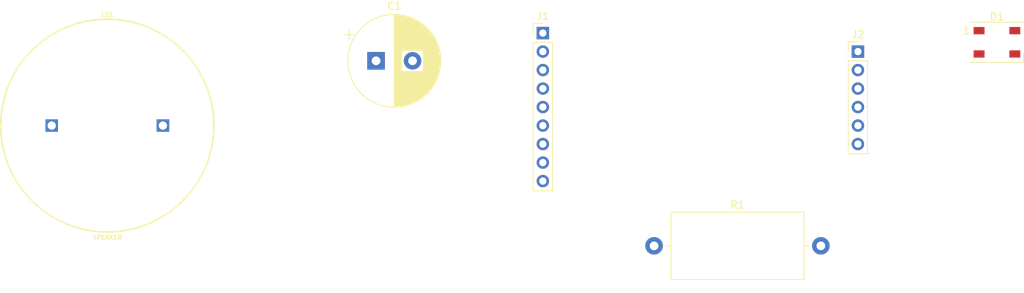
<source format=kicad_pcb>
(kicad_pcb (version 20171130) (host pcbnew 5.1.6-c6e7f7d~87~ubuntu20.04.1)

  (general
    (thickness 1.6)
    (drawings 0)
    (tracks 0)
    (zones 0)
    (modules 6)
    (nets 12)
  )

  (page USLetter)
  (title_block
    (title "Heimdall Outside Board")
    (date 2020-07-20)
    (rev 0.2)
    (comment 2 https://opensource.org/licenses/MIT)
    (comment 3 "License: MIT")
    (comment 4 "Author: Rebecca Cran <rebecca@bsdio.com>")
  )

  (layers
    (0 F.Cu signal)
    (31 B.Cu signal)
    (32 B.Adhes user)
    (33 F.Adhes user)
    (34 B.Paste user hide)
    (35 F.Paste user hide)
    (36 B.SilkS user)
    (37 F.SilkS user)
    (38 B.Mask user)
    (39 F.Mask user)
    (40 Dwgs.User user)
    (41 Cmts.User user)
    (42 Eco1.User user)
    (43 Eco2.User user)
    (44 Edge.Cuts user)
    (45 Margin user)
    (46 B.CrtYd user)
    (47 F.CrtYd user)
    (48 B.Fab user)
    (49 F.Fab user)
  )

  (setup
    (last_trace_width 0.254)
    (trace_clearance 0.254)
    (zone_clearance 0.508)
    (zone_45_only no)
    (trace_min 0.1524)
    (via_size 0.762)
    (via_drill 0.381)
    (via_min_size 0.508)
    (via_min_drill 0.254)
    (uvia_size 0.508)
    (uvia_drill 0.254)
    (uvias_allowed no)
    (uvia_min_size 0.508)
    (uvia_min_drill 0.254)
    (edge_width 0.05)
    (segment_width 0.2)
    (pcb_text_width 0.3)
    (pcb_text_size 1.5 1.5)
    (mod_edge_width 0.12)
    (mod_text_size 1 1)
    (mod_text_width 0.15)
    (pad_size 1.524 1.524)
    (pad_drill 0.762)
    (pad_to_mask_clearance 0.0508)
    (solder_mask_min_width 0.1016)
    (aux_axis_origin 0 0)
    (visible_elements FFFFFF7F)
    (pcbplotparams
      (layerselection 0x010fc_ffffffff)
      (usegerberextensions false)
      (usegerberattributes true)
      (usegerberadvancedattributes true)
      (creategerberjobfile true)
      (excludeedgelayer true)
      (linewidth 0.100000)
      (plotframeref false)
      (viasonmask false)
      (mode 1)
      (useauxorigin false)
      (hpglpennumber 1)
      (hpglpenspeed 20)
      (hpglpendiameter 15.000000)
      (psnegative false)
      (psa4output false)
      (plotreference true)
      (plotvalue true)
      (plotinvisibletext false)
      (padsonsilk false)
      (subtractmaskfromsilk false)
      (outputformat 1)
      (mirror false)
      (drillshape 1)
      (scaleselection 1)
      (outputdirectory ""))
  )

  (net 0 "")
  (net 1 /GND)
  (net 2 "Net-(D1-Pad4)")
  (net 3 "Net-(D1-Pad2)")
  (net 4 /+5V)
  (net 5 /+3V3)
  (net 6 /CS)
  (net 7 /SCK)
  (net 8 /MOSI)
  (net 9 /MISO)
  (net 10 /LED)
  (net 11 /Buzzer)

  (net_class Default "This is the default net class."
    (clearance 0.254)
    (trace_width 0.254)
    (via_dia 0.762)
    (via_drill 0.381)
    (uvia_dia 0.508)
    (uvia_drill 0.254)
    (add_net /+3V3)
    (add_net /+5V)
    (add_net /Buzzer)
    (add_net /CS)
    (add_net /GND)
    (add_net /LED)
    (add_net /MISO)
    (add_net /MOSI)
    (add_net /SCK)
    (add_net "Net-(D1-Pad2)")
    (add_net "Net-(D1-Pad4)")
  )

  (module LED_SMD:LED_WS2812B_PLCC4_5.0x5.0mm_P3.2mm (layer F.Cu) (tedit 5AA4B285) (tstamp 5F16F33C)
    (at 78.74 99.06)
    (descr https://cdn-shop.adafruit.com/datasheets/WS2812B.pdf)
    (tags "LED RGB NeoPixel")
    (path /5F15EA18)
    (attr smd)
    (fp_text reference D1 (at 0 -3.5) (layer F.SilkS)
      (effects (font (size 1 1) (thickness 0.15)))
    )
    (fp_text value WS2812B (at 0 4) (layer F.Fab)
      (effects (font (size 1 1) (thickness 0.15)))
    )
    (fp_text user %R (at 0 0) (layer F.Fab)
      (effects (font (size 0.8 0.8) (thickness 0.15)))
    )
    (fp_text user 1 (at -4.15 -1.6) (layer F.SilkS)
      (effects (font (size 1 1) (thickness 0.15)))
    )
    (fp_line (start 3.45 -2.75) (end -3.45 -2.75) (layer F.CrtYd) (width 0.05))
    (fp_line (start 3.45 2.75) (end 3.45 -2.75) (layer F.CrtYd) (width 0.05))
    (fp_line (start -3.45 2.75) (end 3.45 2.75) (layer F.CrtYd) (width 0.05))
    (fp_line (start -3.45 -2.75) (end -3.45 2.75) (layer F.CrtYd) (width 0.05))
    (fp_line (start 2.5 1.5) (end 1.5 2.5) (layer F.Fab) (width 0.1))
    (fp_line (start -2.5 -2.5) (end -2.5 2.5) (layer F.Fab) (width 0.1))
    (fp_line (start -2.5 2.5) (end 2.5 2.5) (layer F.Fab) (width 0.1))
    (fp_line (start 2.5 2.5) (end 2.5 -2.5) (layer F.Fab) (width 0.1))
    (fp_line (start 2.5 -2.5) (end -2.5 -2.5) (layer F.Fab) (width 0.1))
    (fp_line (start -3.65 -2.75) (end 3.65 -2.75) (layer F.SilkS) (width 0.12))
    (fp_line (start -3.65 2.75) (end 3.65 2.75) (layer F.SilkS) (width 0.12))
    (fp_line (start 3.65 2.75) (end 3.65 1.6) (layer F.SilkS) (width 0.12))
    (fp_circle (center 0 0) (end 0 -2) (layer F.Fab) (width 0.1))
    (pad 1 smd rect (at -2.45 -1.6) (size 1.5 1) (layers F.Cu F.Paste F.Mask)
      (net 4 /+5V))
    (pad 2 smd rect (at -2.45 1.6) (size 1.5 1) (layers F.Cu F.Paste F.Mask)
      (net 3 "Net-(D1-Pad2)"))
    (pad 4 smd rect (at 2.45 -1.6) (size 1.5 1) (layers F.Cu F.Paste F.Mask)
      (net 2 "Net-(D1-Pad4)"))
    (pad 3 smd rect (at 2.45 1.6) (size 1.5 1) (layers F.Cu F.Paste F.Mask)
      (net 1 /GND))
    (model ${KISYS3DMOD}/LED_SMD.3dshapes/LED_WS2812B_PLCC4_5.0x5.0mm_P3.2mm.wrl
      (at (xyz 0 0 0))
      (scale (xyz 1 1 1))
      (rotate (xyz 0 0 0))
    )
  )

  (module Connector_PinHeader_2.54mm:PinHeader_1x09_P2.54mm_Vertical (layer F.Cu) (tedit 59FED5CC) (tstamp 5F16F359)
    (at 16.51 97.79)
    (descr "Through hole straight pin header, 1x09, 2.54mm pitch, single row")
    (tags "Through hole pin header THT 1x09 2.54mm single row")
    (path /5F14F04E)
    (fp_text reference J1 (at 0 -2.33) (layer F.SilkS)
      (effects (font (size 1 1) (thickness 0.15)))
    )
    (fp_text value Conn_01x09 (at 0 22.65) (layer F.Fab)
      (effects (font (size 1 1) (thickness 0.15)))
    )
    (fp_text user %R (at 0 10.16 90) (layer F.Fab)
      (effects (font (size 1 1) (thickness 0.15)))
    )
    (fp_line (start -0.635 -1.27) (end 1.27 -1.27) (layer F.Fab) (width 0.1))
    (fp_line (start 1.27 -1.27) (end 1.27 21.59) (layer F.Fab) (width 0.1))
    (fp_line (start 1.27 21.59) (end -1.27 21.59) (layer F.Fab) (width 0.1))
    (fp_line (start -1.27 21.59) (end -1.27 -0.635) (layer F.Fab) (width 0.1))
    (fp_line (start -1.27 -0.635) (end -0.635 -1.27) (layer F.Fab) (width 0.1))
    (fp_line (start -1.33 21.65) (end 1.33 21.65) (layer F.SilkS) (width 0.12))
    (fp_line (start -1.33 1.27) (end -1.33 21.65) (layer F.SilkS) (width 0.12))
    (fp_line (start 1.33 1.27) (end 1.33 21.65) (layer F.SilkS) (width 0.12))
    (fp_line (start -1.33 1.27) (end 1.33 1.27) (layer F.SilkS) (width 0.12))
    (fp_line (start -1.33 0) (end -1.33 -1.33) (layer F.SilkS) (width 0.12))
    (fp_line (start -1.33 -1.33) (end 0 -1.33) (layer F.SilkS) (width 0.12))
    (fp_line (start -1.8 -1.8) (end -1.8 22.1) (layer F.CrtYd) (width 0.05))
    (fp_line (start -1.8 22.1) (end 1.8 22.1) (layer F.CrtYd) (width 0.05))
    (fp_line (start 1.8 22.1) (end 1.8 -1.8) (layer F.CrtYd) (width 0.05))
    (fp_line (start 1.8 -1.8) (end -1.8 -1.8) (layer F.CrtYd) (width 0.05))
    (pad 9 thru_hole oval (at 0 20.32) (size 1.7 1.7) (drill 1) (layers *.Cu *.Mask)
      (net 11 /Buzzer))
    (pad 8 thru_hole oval (at 0 17.78) (size 1.7 1.7) (drill 1) (layers *.Cu *.Mask)
      (net 10 /LED))
    (pad 7 thru_hole oval (at 0 15.24) (size 1.7 1.7) (drill 1) (layers *.Cu *.Mask)
      (net 9 /MISO))
    (pad 6 thru_hole oval (at 0 12.7) (size 1.7 1.7) (drill 1) (layers *.Cu *.Mask)
      (net 8 /MOSI))
    (pad 5 thru_hole oval (at 0 10.16) (size 1.7 1.7) (drill 1) (layers *.Cu *.Mask)
      (net 7 /SCK))
    (pad 4 thru_hole oval (at 0 7.62) (size 1.7 1.7) (drill 1) (layers *.Cu *.Mask)
      (net 6 /CS))
    (pad 3 thru_hole oval (at 0 5.08) (size 1.7 1.7) (drill 1) (layers *.Cu *.Mask)
      (net 1 /GND))
    (pad 2 thru_hole oval (at 0 2.54) (size 1.7 1.7) (drill 1) (layers *.Cu *.Mask)
      (net 5 /+3V3))
    (pad 1 thru_hole rect (at 0 0) (size 1.7 1.7) (drill 1) (layers *.Cu *.Mask)
      (net 4 /+5V))
    (model ${KISYS3DMOD}/Connector_PinHeader_2.54mm.3dshapes/PinHeader_1x09_P2.54mm_Vertical.wrl
      (at (xyz 0 0 0))
      (scale (xyz 1 1 1))
      (rotate (xyz 0 0 0))
    )
  )

  (module Connector_PinHeader_2.54mm:PinHeader_1x06_P2.54mm_Vertical (layer F.Cu) (tedit 59FED5CC) (tstamp 5F16F373)
    (at 59.69 100.33)
    (descr "Through hole straight pin header, 1x06, 2.54mm pitch, single row")
    (tags "Through hole pin header THT 1x06 2.54mm single row")
    (path /5F170A36)
    (fp_text reference J2 (at 0 -2.33) (layer F.SilkS)
      (effects (font (size 1 1) (thickness 0.15)))
    )
    (fp_text value Conn_01x06 (at 0 15.03) (layer F.Fab)
      (effects (font (size 1 1) (thickness 0.15)))
    )
    (fp_text user %R (at 0 6.35 90) (layer F.Fab)
      (effects (font (size 1 1) (thickness 0.15)))
    )
    (fp_line (start -0.635 -1.27) (end 1.27 -1.27) (layer F.Fab) (width 0.1))
    (fp_line (start 1.27 -1.27) (end 1.27 13.97) (layer F.Fab) (width 0.1))
    (fp_line (start 1.27 13.97) (end -1.27 13.97) (layer F.Fab) (width 0.1))
    (fp_line (start -1.27 13.97) (end -1.27 -0.635) (layer F.Fab) (width 0.1))
    (fp_line (start -1.27 -0.635) (end -0.635 -1.27) (layer F.Fab) (width 0.1))
    (fp_line (start -1.33 14.03) (end 1.33 14.03) (layer F.SilkS) (width 0.12))
    (fp_line (start -1.33 1.27) (end -1.33 14.03) (layer F.SilkS) (width 0.12))
    (fp_line (start 1.33 1.27) (end 1.33 14.03) (layer F.SilkS) (width 0.12))
    (fp_line (start -1.33 1.27) (end 1.33 1.27) (layer F.SilkS) (width 0.12))
    (fp_line (start -1.33 0) (end -1.33 -1.33) (layer F.SilkS) (width 0.12))
    (fp_line (start -1.33 -1.33) (end 0 -1.33) (layer F.SilkS) (width 0.12))
    (fp_line (start -1.8 -1.8) (end -1.8 14.5) (layer F.CrtYd) (width 0.05))
    (fp_line (start -1.8 14.5) (end 1.8 14.5) (layer F.CrtYd) (width 0.05))
    (fp_line (start 1.8 14.5) (end 1.8 -1.8) (layer F.CrtYd) (width 0.05))
    (fp_line (start 1.8 -1.8) (end -1.8 -1.8) (layer F.CrtYd) (width 0.05))
    (pad 6 thru_hole oval (at 0 12.7) (size 1.7 1.7) (drill 1) (layers *.Cu *.Mask)
      (net 9 /MISO))
    (pad 5 thru_hole oval (at 0 10.16) (size 1.7 1.7) (drill 1) (layers *.Cu *.Mask)
      (net 8 /MOSI))
    (pad 4 thru_hole oval (at 0 7.62) (size 1.7 1.7) (drill 1) (layers *.Cu *.Mask)
      (net 7 /SCK))
    (pad 3 thru_hole oval (at 0 5.08) (size 1.7 1.7) (drill 1) (layers *.Cu *.Mask)
      (net 6 /CS))
    (pad 2 thru_hole oval (at 0 2.54) (size 1.7 1.7) (drill 1) (layers *.Cu *.Mask)
      (net 1 /GND))
    (pad 1 thru_hole rect (at 0 0) (size 1.7 1.7) (drill 1) (layers *.Cu *.Mask)
      (net 5 /+3V3))
    (model ${KISYS3DMOD}/Connector_PinHeader_2.54mm.3dshapes/PinHeader_1x06_P2.54mm_Vertical.wrl
      (at (xyz 0 0 0))
      (scale (xyz 1 1 1))
      (rotate (xyz 0 0 0))
    )
  )

  (module Electromechanical:PCB_MOUNT_SPEAKER (layer F.Cu) (tedit 200000) (tstamp 5F16F37A)
    (at -43.18 110.49)
    (descr "SPEAKER - PCB MOUNT")
    (tags "SPEAKER - PCB MOUNT")
    (path /5F15A47C)
    (attr virtual)
    (fp_text reference LS1 (at 0 -15.24) (layer F.SilkS)
      (effects (font (size 0.6096 0.6096) (thickness 0.127)))
    )
    (fp_text value SPEAKER (at 0 15.367) (layer F.SilkS)
      (effects (font (size 0.6096 0.6096) (thickness 0.127)))
    )
    (fp_circle (center 0 0) (end 0 -14.605) (layer F.SilkS) (width 0.2032))
    (pad - thru_hole rect (at 7.62 0) (size 1.7145 1.7145) (drill 1.143) (layers *.Cu *.Mask)
      (net 1 /GND) (solder_mask_margin 0.1016))
    (pad + thru_hole rect (at -7.62 0) (size 1.7145 1.7145) (drill 1.143) (layers *.Cu *.Mask)
      (net 11 /Buzzer) (solder_mask_margin 0.1016))
  )

  (module Resistor_THT:R_Axial_DIN0918_L18.0mm_D9.0mm_P22.86mm_Horizontal (layer F.Cu) (tedit 5AE5139B) (tstamp 5F16F391)
    (at 31.75 127)
    (descr "Resistor, Axial_DIN0918 series, Axial, Horizontal, pin pitch=22.86mm, 4W, length*diameter=18*9mm^2")
    (tags "Resistor Axial_DIN0918 series Axial Horizontal pin pitch 22.86mm 4W length 18mm diameter 9mm")
    (path /5F162B61)
    (fp_text reference R1 (at 11.43 -5.62) (layer F.SilkS)
      (effects (font (size 1 1) (thickness 0.15)))
    )
    (fp_text value 470OHM (at 11.43 5.62) (layer F.Fab)
      (effects (font (size 1 1) (thickness 0.15)))
    )
    (fp_text user %R (at 11.43 0) (layer F.Fab)
      (effects (font (size 1 1) (thickness 0.15)))
    )
    (fp_line (start 2.43 -4.5) (end 2.43 4.5) (layer F.Fab) (width 0.1))
    (fp_line (start 2.43 4.5) (end 20.43 4.5) (layer F.Fab) (width 0.1))
    (fp_line (start 20.43 4.5) (end 20.43 -4.5) (layer F.Fab) (width 0.1))
    (fp_line (start 20.43 -4.5) (end 2.43 -4.5) (layer F.Fab) (width 0.1))
    (fp_line (start 0 0) (end 2.43 0) (layer F.Fab) (width 0.1))
    (fp_line (start 22.86 0) (end 20.43 0) (layer F.Fab) (width 0.1))
    (fp_line (start 2.31 -4.62) (end 2.31 4.62) (layer F.SilkS) (width 0.12))
    (fp_line (start 2.31 4.62) (end 20.55 4.62) (layer F.SilkS) (width 0.12))
    (fp_line (start 20.55 4.62) (end 20.55 -4.62) (layer F.SilkS) (width 0.12))
    (fp_line (start 20.55 -4.62) (end 2.31 -4.62) (layer F.SilkS) (width 0.12))
    (fp_line (start 1.44 0) (end 2.31 0) (layer F.SilkS) (width 0.12))
    (fp_line (start 21.42 0) (end 20.55 0) (layer F.SilkS) (width 0.12))
    (fp_line (start -1.45 -4.75) (end -1.45 4.75) (layer F.CrtYd) (width 0.05))
    (fp_line (start -1.45 4.75) (end 24.31 4.75) (layer F.CrtYd) (width 0.05))
    (fp_line (start 24.31 4.75) (end 24.31 -4.75) (layer F.CrtYd) (width 0.05))
    (fp_line (start 24.31 -4.75) (end -1.45 -4.75) (layer F.CrtYd) (width 0.05))
    (pad 2 thru_hole oval (at 22.86 0) (size 2.4 2.4) (drill 1.2) (layers *.Cu *.Mask)
      (net 2 "Net-(D1-Pad4)"))
    (pad 1 thru_hole circle (at 0 0) (size 2.4 2.4) (drill 1.2) (layers *.Cu *.Mask)
      (net 10 /LED))
    (model ${KISYS3DMOD}/Resistor_THT.3dshapes/R_Axial_DIN0918_L18.0mm_D9.0mm_P22.86mm_Horizontal.wrl
      (at (xyz 0 0 0))
      (scale (xyz 1 1 1))
      (rotate (xyz 0 0 0))
    )
  )

  (module Capacitor_THT:CP_Radial_D12.5mm_P5.00mm (layer F.Cu) (tedit 5AE50EF1) (tstamp 5F1744C5)
    (at -6.35 101.6)
    (descr "CP, Radial series, Radial, pin pitch=5.00mm, , diameter=12.5mm, Electrolytic Capacitor")
    (tags "CP Radial series Radial pin pitch 5.00mm  diameter 12.5mm Electrolytic Capacitor")
    (path /5F15FBF3)
    (fp_text reference C1 (at 2.5 -7.5) (layer F.SilkS)
      (effects (font (size 1 1) (thickness 0.15)))
    )
    (fp_text value 1000UF-RADIAL-5MM-25V-20% (at 2.5 7.5) (layer F.Fab)
      (effects (font (size 1 1) (thickness 0.15)))
    )
    (fp_line (start -3.692082 -4.2) (end -3.692082 -2.95) (layer F.SilkS) (width 0.12))
    (fp_line (start -4.317082 -3.575) (end -3.067082 -3.575) (layer F.SilkS) (width 0.12))
    (fp_line (start 8.861 -0.317) (end 8.861 0.317) (layer F.SilkS) (width 0.12))
    (fp_line (start 8.821 -0.757) (end 8.821 0.757) (layer F.SilkS) (width 0.12))
    (fp_line (start 8.781 -1.028) (end 8.781 1.028) (layer F.SilkS) (width 0.12))
    (fp_line (start 8.741 -1.241) (end 8.741 1.241) (layer F.SilkS) (width 0.12))
    (fp_line (start 8.701 -1.422) (end 8.701 1.422) (layer F.SilkS) (width 0.12))
    (fp_line (start 8.661 -1.583) (end 8.661 1.583) (layer F.SilkS) (width 0.12))
    (fp_line (start 8.621 -1.728) (end 8.621 1.728) (layer F.SilkS) (width 0.12))
    (fp_line (start 8.581 -1.861) (end 8.581 1.861) (layer F.SilkS) (width 0.12))
    (fp_line (start 8.541 -1.984) (end 8.541 1.984) (layer F.SilkS) (width 0.12))
    (fp_line (start 8.501 -2.1) (end 8.501 2.1) (layer F.SilkS) (width 0.12))
    (fp_line (start 8.461 -2.209) (end 8.461 2.209) (layer F.SilkS) (width 0.12))
    (fp_line (start 8.421 -2.312) (end 8.421 2.312) (layer F.SilkS) (width 0.12))
    (fp_line (start 8.381 -2.41) (end 8.381 2.41) (layer F.SilkS) (width 0.12))
    (fp_line (start 8.341 -2.504) (end 8.341 2.504) (layer F.SilkS) (width 0.12))
    (fp_line (start 8.301 -2.594) (end 8.301 2.594) (layer F.SilkS) (width 0.12))
    (fp_line (start 8.261 -2.681) (end 8.261 2.681) (layer F.SilkS) (width 0.12))
    (fp_line (start 8.221 -2.764) (end 8.221 2.764) (layer F.SilkS) (width 0.12))
    (fp_line (start 8.181 -2.844) (end 8.181 2.844) (layer F.SilkS) (width 0.12))
    (fp_line (start 8.141 -2.921) (end 8.141 2.921) (layer F.SilkS) (width 0.12))
    (fp_line (start 8.101 -2.996) (end 8.101 2.996) (layer F.SilkS) (width 0.12))
    (fp_line (start 8.061 -3.069) (end 8.061 3.069) (layer F.SilkS) (width 0.12))
    (fp_line (start 8.021 -3.14) (end 8.021 3.14) (layer F.SilkS) (width 0.12))
    (fp_line (start 7.981 -3.208) (end 7.981 3.208) (layer F.SilkS) (width 0.12))
    (fp_line (start 7.941 -3.275) (end 7.941 3.275) (layer F.SilkS) (width 0.12))
    (fp_line (start 7.901 -3.339) (end 7.901 3.339) (layer F.SilkS) (width 0.12))
    (fp_line (start 7.861 -3.402) (end 7.861 3.402) (layer F.SilkS) (width 0.12))
    (fp_line (start 7.821 -3.464) (end 7.821 3.464) (layer F.SilkS) (width 0.12))
    (fp_line (start 7.781 -3.524) (end 7.781 3.524) (layer F.SilkS) (width 0.12))
    (fp_line (start 7.741 -3.583) (end 7.741 3.583) (layer F.SilkS) (width 0.12))
    (fp_line (start 7.701 -3.64) (end 7.701 3.64) (layer F.SilkS) (width 0.12))
    (fp_line (start 7.661 -3.696) (end 7.661 3.696) (layer F.SilkS) (width 0.12))
    (fp_line (start 7.621 -3.75) (end 7.621 3.75) (layer F.SilkS) (width 0.12))
    (fp_line (start 7.581 -3.804) (end 7.581 3.804) (layer F.SilkS) (width 0.12))
    (fp_line (start 7.541 -3.856) (end 7.541 3.856) (layer F.SilkS) (width 0.12))
    (fp_line (start 7.501 -3.907) (end 7.501 3.907) (layer F.SilkS) (width 0.12))
    (fp_line (start 7.461 -3.957) (end 7.461 3.957) (layer F.SilkS) (width 0.12))
    (fp_line (start 7.421 -4.007) (end 7.421 4.007) (layer F.SilkS) (width 0.12))
    (fp_line (start 7.381 -4.055) (end 7.381 4.055) (layer F.SilkS) (width 0.12))
    (fp_line (start 7.341 -4.102) (end 7.341 4.102) (layer F.SilkS) (width 0.12))
    (fp_line (start 7.301 -4.148) (end 7.301 4.148) (layer F.SilkS) (width 0.12))
    (fp_line (start 7.261 -4.194) (end 7.261 4.194) (layer F.SilkS) (width 0.12))
    (fp_line (start 7.221 -4.238) (end 7.221 4.238) (layer F.SilkS) (width 0.12))
    (fp_line (start 7.181 -4.282) (end 7.181 4.282) (layer F.SilkS) (width 0.12))
    (fp_line (start 7.141 -4.325) (end 7.141 4.325) (layer F.SilkS) (width 0.12))
    (fp_line (start 7.101 -4.367) (end 7.101 4.367) (layer F.SilkS) (width 0.12))
    (fp_line (start 7.061 -4.408) (end 7.061 4.408) (layer F.SilkS) (width 0.12))
    (fp_line (start 7.021 -4.449) (end 7.021 4.449) (layer F.SilkS) (width 0.12))
    (fp_line (start 6.981 -4.489) (end 6.981 4.489) (layer F.SilkS) (width 0.12))
    (fp_line (start 6.941 -4.528) (end 6.941 4.528) (layer F.SilkS) (width 0.12))
    (fp_line (start 6.901 -4.567) (end 6.901 4.567) (layer F.SilkS) (width 0.12))
    (fp_line (start 6.861 -4.605) (end 6.861 4.605) (layer F.SilkS) (width 0.12))
    (fp_line (start 6.821 -4.642) (end 6.821 4.642) (layer F.SilkS) (width 0.12))
    (fp_line (start 6.781 -4.678) (end 6.781 4.678) (layer F.SilkS) (width 0.12))
    (fp_line (start 6.741 -4.714) (end 6.741 4.714) (layer F.SilkS) (width 0.12))
    (fp_line (start 6.701 -4.75) (end 6.701 4.75) (layer F.SilkS) (width 0.12))
    (fp_line (start 6.661 -4.785) (end 6.661 4.785) (layer F.SilkS) (width 0.12))
    (fp_line (start 6.621 -4.819) (end 6.621 4.819) (layer F.SilkS) (width 0.12))
    (fp_line (start 6.581 -4.852) (end 6.581 4.852) (layer F.SilkS) (width 0.12))
    (fp_line (start 6.541 -4.885) (end 6.541 4.885) (layer F.SilkS) (width 0.12))
    (fp_line (start 6.501 -4.918) (end 6.501 4.918) (layer F.SilkS) (width 0.12))
    (fp_line (start 6.461 -4.95) (end 6.461 4.95) (layer F.SilkS) (width 0.12))
    (fp_line (start 6.421 1.44) (end 6.421 4.982) (layer F.SilkS) (width 0.12))
    (fp_line (start 6.421 -4.982) (end 6.421 -1.44) (layer F.SilkS) (width 0.12))
    (fp_line (start 6.381 1.44) (end 6.381 5.012) (layer F.SilkS) (width 0.12))
    (fp_line (start 6.381 -5.012) (end 6.381 -1.44) (layer F.SilkS) (width 0.12))
    (fp_line (start 6.341 1.44) (end 6.341 5.043) (layer F.SilkS) (width 0.12))
    (fp_line (start 6.341 -5.043) (end 6.341 -1.44) (layer F.SilkS) (width 0.12))
    (fp_line (start 6.301 1.44) (end 6.301 5.073) (layer F.SilkS) (width 0.12))
    (fp_line (start 6.301 -5.073) (end 6.301 -1.44) (layer F.SilkS) (width 0.12))
    (fp_line (start 6.261 1.44) (end 6.261 5.102) (layer F.SilkS) (width 0.12))
    (fp_line (start 6.261 -5.102) (end 6.261 -1.44) (layer F.SilkS) (width 0.12))
    (fp_line (start 6.221 1.44) (end 6.221 5.131) (layer F.SilkS) (width 0.12))
    (fp_line (start 6.221 -5.131) (end 6.221 -1.44) (layer F.SilkS) (width 0.12))
    (fp_line (start 6.181 1.44) (end 6.181 5.16) (layer F.SilkS) (width 0.12))
    (fp_line (start 6.181 -5.16) (end 6.181 -1.44) (layer F.SilkS) (width 0.12))
    (fp_line (start 6.141 1.44) (end 6.141 5.188) (layer F.SilkS) (width 0.12))
    (fp_line (start 6.141 -5.188) (end 6.141 -1.44) (layer F.SilkS) (width 0.12))
    (fp_line (start 6.101 1.44) (end 6.101 5.216) (layer F.SilkS) (width 0.12))
    (fp_line (start 6.101 -5.216) (end 6.101 -1.44) (layer F.SilkS) (width 0.12))
    (fp_line (start 6.061 1.44) (end 6.061 5.243) (layer F.SilkS) (width 0.12))
    (fp_line (start 6.061 -5.243) (end 6.061 -1.44) (layer F.SilkS) (width 0.12))
    (fp_line (start 6.021 1.44) (end 6.021 5.27) (layer F.SilkS) (width 0.12))
    (fp_line (start 6.021 -5.27) (end 6.021 -1.44) (layer F.SilkS) (width 0.12))
    (fp_line (start 5.981 1.44) (end 5.981 5.296) (layer F.SilkS) (width 0.12))
    (fp_line (start 5.981 -5.296) (end 5.981 -1.44) (layer F.SilkS) (width 0.12))
    (fp_line (start 5.941 1.44) (end 5.941 5.322) (layer F.SilkS) (width 0.12))
    (fp_line (start 5.941 -5.322) (end 5.941 -1.44) (layer F.SilkS) (width 0.12))
    (fp_line (start 5.901 1.44) (end 5.901 5.347) (layer F.SilkS) (width 0.12))
    (fp_line (start 5.901 -5.347) (end 5.901 -1.44) (layer F.SilkS) (width 0.12))
    (fp_line (start 5.861 1.44) (end 5.861 5.372) (layer F.SilkS) (width 0.12))
    (fp_line (start 5.861 -5.372) (end 5.861 -1.44) (layer F.SilkS) (width 0.12))
    (fp_line (start 5.821 1.44) (end 5.821 5.397) (layer F.SilkS) (width 0.12))
    (fp_line (start 5.821 -5.397) (end 5.821 -1.44) (layer F.SilkS) (width 0.12))
    (fp_line (start 5.781 1.44) (end 5.781 5.421) (layer F.SilkS) (width 0.12))
    (fp_line (start 5.781 -5.421) (end 5.781 -1.44) (layer F.SilkS) (width 0.12))
    (fp_line (start 5.741 1.44) (end 5.741 5.445) (layer F.SilkS) (width 0.12))
    (fp_line (start 5.741 -5.445) (end 5.741 -1.44) (layer F.SilkS) (width 0.12))
    (fp_line (start 5.701 1.44) (end 5.701 5.468) (layer F.SilkS) (width 0.12))
    (fp_line (start 5.701 -5.468) (end 5.701 -1.44) (layer F.SilkS) (width 0.12))
    (fp_line (start 5.661 1.44) (end 5.661 5.491) (layer F.SilkS) (width 0.12))
    (fp_line (start 5.661 -5.491) (end 5.661 -1.44) (layer F.SilkS) (width 0.12))
    (fp_line (start 5.621 1.44) (end 5.621 5.514) (layer F.SilkS) (width 0.12))
    (fp_line (start 5.621 -5.514) (end 5.621 -1.44) (layer F.SilkS) (width 0.12))
    (fp_line (start 5.581 1.44) (end 5.581 5.536) (layer F.SilkS) (width 0.12))
    (fp_line (start 5.581 -5.536) (end 5.581 -1.44) (layer F.SilkS) (width 0.12))
    (fp_line (start 5.541 1.44) (end 5.541 5.558) (layer F.SilkS) (width 0.12))
    (fp_line (start 5.541 -5.558) (end 5.541 -1.44) (layer F.SilkS) (width 0.12))
    (fp_line (start 5.501 1.44) (end 5.501 5.58) (layer F.SilkS) (width 0.12))
    (fp_line (start 5.501 -5.58) (end 5.501 -1.44) (layer F.SilkS) (width 0.12))
    (fp_line (start 5.461 1.44) (end 5.461 5.601) (layer F.SilkS) (width 0.12))
    (fp_line (start 5.461 -5.601) (end 5.461 -1.44) (layer F.SilkS) (width 0.12))
    (fp_line (start 5.421 1.44) (end 5.421 5.622) (layer F.SilkS) (width 0.12))
    (fp_line (start 5.421 -5.622) (end 5.421 -1.44) (layer F.SilkS) (width 0.12))
    (fp_line (start 5.381 1.44) (end 5.381 5.642) (layer F.SilkS) (width 0.12))
    (fp_line (start 5.381 -5.642) (end 5.381 -1.44) (layer F.SilkS) (width 0.12))
    (fp_line (start 5.341 1.44) (end 5.341 5.662) (layer F.SilkS) (width 0.12))
    (fp_line (start 5.341 -5.662) (end 5.341 -1.44) (layer F.SilkS) (width 0.12))
    (fp_line (start 5.301 1.44) (end 5.301 5.682) (layer F.SilkS) (width 0.12))
    (fp_line (start 5.301 -5.682) (end 5.301 -1.44) (layer F.SilkS) (width 0.12))
    (fp_line (start 5.261 1.44) (end 5.261 5.702) (layer F.SilkS) (width 0.12))
    (fp_line (start 5.261 -5.702) (end 5.261 -1.44) (layer F.SilkS) (width 0.12))
    (fp_line (start 5.221 1.44) (end 5.221 5.721) (layer F.SilkS) (width 0.12))
    (fp_line (start 5.221 -5.721) (end 5.221 -1.44) (layer F.SilkS) (width 0.12))
    (fp_line (start 5.181 1.44) (end 5.181 5.739) (layer F.SilkS) (width 0.12))
    (fp_line (start 5.181 -5.739) (end 5.181 -1.44) (layer F.SilkS) (width 0.12))
    (fp_line (start 5.141 1.44) (end 5.141 5.758) (layer F.SilkS) (width 0.12))
    (fp_line (start 5.141 -5.758) (end 5.141 -1.44) (layer F.SilkS) (width 0.12))
    (fp_line (start 5.101 1.44) (end 5.101 5.776) (layer F.SilkS) (width 0.12))
    (fp_line (start 5.101 -5.776) (end 5.101 -1.44) (layer F.SilkS) (width 0.12))
    (fp_line (start 5.061 1.44) (end 5.061 5.793) (layer F.SilkS) (width 0.12))
    (fp_line (start 5.061 -5.793) (end 5.061 -1.44) (layer F.SilkS) (width 0.12))
    (fp_line (start 5.021 1.44) (end 5.021 5.811) (layer F.SilkS) (width 0.12))
    (fp_line (start 5.021 -5.811) (end 5.021 -1.44) (layer F.SilkS) (width 0.12))
    (fp_line (start 4.981 1.44) (end 4.981 5.828) (layer F.SilkS) (width 0.12))
    (fp_line (start 4.981 -5.828) (end 4.981 -1.44) (layer F.SilkS) (width 0.12))
    (fp_line (start 4.941 1.44) (end 4.941 5.845) (layer F.SilkS) (width 0.12))
    (fp_line (start 4.941 -5.845) (end 4.941 -1.44) (layer F.SilkS) (width 0.12))
    (fp_line (start 4.901 1.44) (end 4.901 5.861) (layer F.SilkS) (width 0.12))
    (fp_line (start 4.901 -5.861) (end 4.901 -1.44) (layer F.SilkS) (width 0.12))
    (fp_line (start 4.861 1.44) (end 4.861 5.877) (layer F.SilkS) (width 0.12))
    (fp_line (start 4.861 -5.877) (end 4.861 -1.44) (layer F.SilkS) (width 0.12))
    (fp_line (start 4.821 1.44) (end 4.821 5.893) (layer F.SilkS) (width 0.12))
    (fp_line (start 4.821 -5.893) (end 4.821 -1.44) (layer F.SilkS) (width 0.12))
    (fp_line (start 4.781 1.44) (end 4.781 5.908) (layer F.SilkS) (width 0.12))
    (fp_line (start 4.781 -5.908) (end 4.781 -1.44) (layer F.SilkS) (width 0.12))
    (fp_line (start 4.741 1.44) (end 4.741 5.924) (layer F.SilkS) (width 0.12))
    (fp_line (start 4.741 -5.924) (end 4.741 -1.44) (layer F.SilkS) (width 0.12))
    (fp_line (start 4.701 1.44) (end 4.701 5.939) (layer F.SilkS) (width 0.12))
    (fp_line (start 4.701 -5.939) (end 4.701 -1.44) (layer F.SilkS) (width 0.12))
    (fp_line (start 4.661 1.44) (end 4.661 5.953) (layer F.SilkS) (width 0.12))
    (fp_line (start 4.661 -5.953) (end 4.661 -1.44) (layer F.SilkS) (width 0.12))
    (fp_line (start 4.621 1.44) (end 4.621 5.967) (layer F.SilkS) (width 0.12))
    (fp_line (start 4.621 -5.967) (end 4.621 -1.44) (layer F.SilkS) (width 0.12))
    (fp_line (start 4.581 1.44) (end 4.581 5.981) (layer F.SilkS) (width 0.12))
    (fp_line (start 4.581 -5.981) (end 4.581 -1.44) (layer F.SilkS) (width 0.12))
    (fp_line (start 4.541 1.44) (end 4.541 5.995) (layer F.SilkS) (width 0.12))
    (fp_line (start 4.541 -5.995) (end 4.541 -1.44) (layer F.SilkS) (width 0.12))
    (fp_line (start 4.501 1.44) (end 4.501 6.008) (layer F.SilkS) (width 0.12))
    (fp_line (start 4.501 -6.008) (end 4.501 -1.44) (layer F.SilkS) (width 0.12))
    (fp_line (start 4.461 1.44) (end 4.461 6.021) (layer F.SilkS) (width 0.12))
    (fp_line (start 4.461 -6.021) (end 4.461 -1.44) (layer F.SilkS) (width 0.12))
    (fp_line (start 4.421 1.44) (end 4.421 6.034) (layer F.SilkS) (width 0.12))
    (fp_line (start 4.421 -6.034) (end 4.421 -1.44) (layer F.SilkS) (width 0.12))
    (fp_line (start 4.381 1.44) (end 4.381 6.047) (layer F.SilkS) (width 0.12))
    (fp_line (start 4.381 -6.047) (end 4.381 -1.44) (layer F.SilkS) (width 0.12))
    (fp_line (start 4.341 1.44) (end 4.341 6.059) (layer F.SilkS) (width 0.12))
    (fp_line (start 4.341 -6.059) (end 4.341 -1.44) (layer F.SilkS) (width 0.12))
    (fp_line (start 4.301 1.44) (end 4.301 6.071) (layer F.SilkS) (width 0.12))
    (fp_line (start 4.301 -6.071) (end 4.301 -1.44) (layer F.SilkS) (width 0.12))
    (fp_line (start 4.261 1.44) (end 4.261 6.083) (layer F.SilkS) (width 0.12))
    (fp_line (start 4.261 -6.083) (end 4.261 -1.44) (layer F.SilkS) (width 0.12))
    (fp_line (start 4.221 1.44) (end 4.221 6.094) (layer F.SilkS) (width 0.12))
    (fp_line (start 4.221 -6.094) (end 4.221 -1.44) (layer F.SilkS) (width 0.12))
    (fp_line (start 4.181 1.44) (end 4.181 6.105) (layer F.SilkS) (width 0.12))
    (fp_line (start 4.181 -6.105) (end 4.181 -1.44) (layer F.SilkS) (width 0.12))
    (fp_line (start 4.141 1.44) (end 4.141 6.116) (layer F.SilkS) (width 0.12))
    (fp_line (start 4.141 -6.116) (end 4.141 -1.44) (layer F.SilkS) (width 0.12))
    (fp_line (start 4.101 1.44) (end 4.101 6.126) (layer F.SilkS) (width 0.12))
    (fp_line (start 4.101 -6.126) (end 4.101 -1.44) (layer F.SilkS) (width 0.12))
    (fp_line (start 4.061 1.44) (end 4.061 6.137) (layer F.SilkS) (width 0.12))
    (fp_line (start 4.061 -6.137) (end 4.061 -1.44) (layer F.SilkS) (width 0.12))
    (fp_line (start 4.021 1.44) (end 4.021 6.146) (layer F.SilkS) (width 0.12))
    (fp_line (start 4.021 -6.146) (end 4.021 -1.44) (layer F.SilkS) (width 0.12))
    (fp_line (start 3.981 1.44) (end 3.981 6.156) (layer F.SilkS) (width 0.12))
    (fp_line (start 3.981 -6.156) (end 3.981 -1.44) (layer F.SilkS) (width 0.12))
    (fp_line (start 3.941 1.44) (end 3.941 6.166) (layer F.SilkS) (width 0.12))
    (fp_line (start 3.941 -6.166) (end 3.941 -1.44) (layer F.SilkS) (width 0.12))
    (fp_line (start 3.901 1.44) (end 3.901 6.175) (layer F.SilkS) (width 0.12))
    (fp_line (start 3.901 -6.175) (end 3.901 -1.44) (layer F.SilkS) (width 0.12))
    (fp_line (start 3.861 1.44) (end 3.861 6.184) (layer F.SilkS) (width 0.12))
    (fp_line (start 3.861 -6.184) (end 3.861 -1.44) (layer F.SilkS) (width 0.12))
    (fp_line (start 3.821 1.44) (end 3.821 6.192) (layer F.SilkS) (width 0.12))
    (fp_line (start 3.821 -6.192) (end 3.821 -1.44) (layer F.SilkS) (width 0.12))
    (fp_line (start 3.781 1.44) (end 3.781 6.201) (layer F.SilkS) (width 0.12))
    (fp_line (start 3.781 -6.201) (end 3.781 -1.44) (layer F.SilkS) (width 0.12))
    (fp_line (start 3.741 1.44) (end 3.741 6.209) (layer F.SilkS) (width 0.12))
    (fp_line (start 3.741 -6.209) (end 3.741 -1.44) (layer F.SilkS) (width 0.12))
    (fp_line (start 3.701 1.44) (end 3.701 6.216) (layer F.SilkS) (width 0.12))
    (fp_line (start 3.701 -6.216) (end 3.701 -1.44) (layer F.SilkS) (width 0.12))
    (fp_line (start 3.661 1.44) (end 3.661 6.224) (layer F.SilkS) (width 0.12))
    (fp_line (start 3.661 -6.224) (end 3.661 -1.44) (layer F.SilkS) (width 0.12))
    (fp_line (start 3.621 1.44) (end 3.621 6.231) (layer F.SilkS) (width 0.12))
    (fp_line (start 3.621 -6.231) (end 3.621 -1.44) (layer F.SilkS) (width 0.12))
    (fp_line (start 3.581 1.44) (end 3.581 6.238) (layer F.SilkS) (width 0.12))
    (fp_line (start 3.581 -6.238) (end 3.581 -1.44) (layer F.SilkS) (width 0.12))
    (fp_line (start 3.541 -6.245) (end 3.541 6.245) (layer F.SilkS) (width 0.12))
    (fp_line (start 3.501 -6.252) (end 3.501 6.252) (layer F.SilkS) (width 0.12))
    (fp_line (start 3.461 -6.258) (end 3.461 6.258) (layer F.SilkS) (width 0.12))
    (fp_line (start 3.421 -6.264) (end 3.421 6.264) (layer F.SilkS) (width 0.12))
    (fp_line (start 3.381 -6.269) (end 3.381 6.269) (layer F.SilkS) (width 0.12))
    (fp_line (start 3.341 -6.275) (end 3.341 6.275) (layer F.SilkS) (width 0.12))
    (fp_line (start 3.301 -6.28) (end 3.301 6.28) (layer F.SilkS) (width 0.12))
    (fp_line (start 3.261 -6.285) (end 3.261 6.285) (layer F.SilkS) (width 0.12))
    (fp_line (start 3.221 -6.29) (end 3.221 6.29) (layer F.SilkS) (width 0.12))
    (fp_line (start 3.18 -6.294) (end 3.18 6.294) (layer F.SilkS) (width 0.12))
    (fp_line (start 3.14 -6.298) (end 3.14 6.298) (layer F.SilkS) (width 0.12))
    (fp_line (start 3.1 -6.302) (end 3.1 6.302) (layer F.SilkS) (width 0.12))
    (fp_line (start 3.06 -6.306) (end 3.06 6.306) (layer F.SilkS) (width 0.12))
    (fp_line (start 3.02 -6.309) (end 3.02 6.309) (layer F.SilkS) (width 0.12))
    (fp_line (start 2.98 -6.312) (end 2.98 6.312) (layer F.SilkS) (width 0.12))
    (fp_line (start 2.94 -6.315) (end 2.94 6.315) (layer F.SilkS) (width 0.12))
    (fp_line (start 2.9 -6.318) (end 2.9 6.318) (layer F.SilkS) (width 0.12))
    (fp_line (start 2.86 -6.32) (end 2.86 6.32) (layer F.SilkS) (width 0.12))
    (fp_line (start 2.82 -6.322) (end 2.82 6.322) (layer F.SilkS) (width 0.12))
    (fp_line (start 2.78 -6.324) (end 2.78 6.324) (layer F.SilkS) (width 0.12))
    (fp_line (start 2.74 -6.326) (end 2.74 6.326) (layer F.SilkS) (width 0.12))
    (fp_line (start 2.7 -6.327) (end 2.7 6.327) (layer F.SilkS) (width 0.12))
    (fp_line (start 2.66 -6.328) (end 2.66 6.328) (layer F.SilkS) (width 0.12))
    (fp_line (start 2.62 -6.329) (end 2.62 6.329) (layer F.SilkS) (width 0.12))
    (fp_line (start 2.58 -6.33) (end 2.58 6.33) (layer F.SilkS) (width 0.12))
    (fp_line (start 2.54 -6.33) (end 2.54 6.33) (layer F.SilkS) (width 0.12))
    (fp_line (start 2.5 -6.33) (end 2.5 6.33) (layer F.SilkS) (width 0.12))
    (fp_line (start -2.241489 -3.3625) (end -2.241489 -2.1125) (layer F.Fab) (width 0.1))
    (fp_line (start -2.866489 -2.7375) (end -1.616489 -2.7375) (layer F.Fab) (width 0.1))
    (fp_circle (center 2.5 0) (end 9 0) (layer F.CrtYd) (width 0.05))
    (fp_circle (center 2.5 0) (end 8.87 0) (layer F.SilkS) (width 0.12))
    (fp_circle (center 2.5 0) (end 8.75 0) (layer F.Fab) (width 0.1))
    (fp_text user %R (at 2.5 0) (layer F.Fab)
      (effects (font (size 1 1) (thickness 0.15)))
    )
    (pad 1 thru_hole rect (at 0 0) (size 2.4 2.4) (drill 1.2) (layers *.Cu *.Mask)
      (net 4 /+5V))
    (pad 2 thru_hole circle (at 5 0) (size 2.4 2.4) (drill 1.2) (layers *.Cu *.Mask)
      (net 1 /GND))
    (model ${KISYS3DMOD}/Capacitor_THT.3dshapes/CP_Radial_D12.5mm_P5.00mm.wrl
      (at (xyz 0 0 0))
      (scale (xyz 1 1 1))
      (rotate (xyz 0 0 0))
    )
  )

)

</source>
